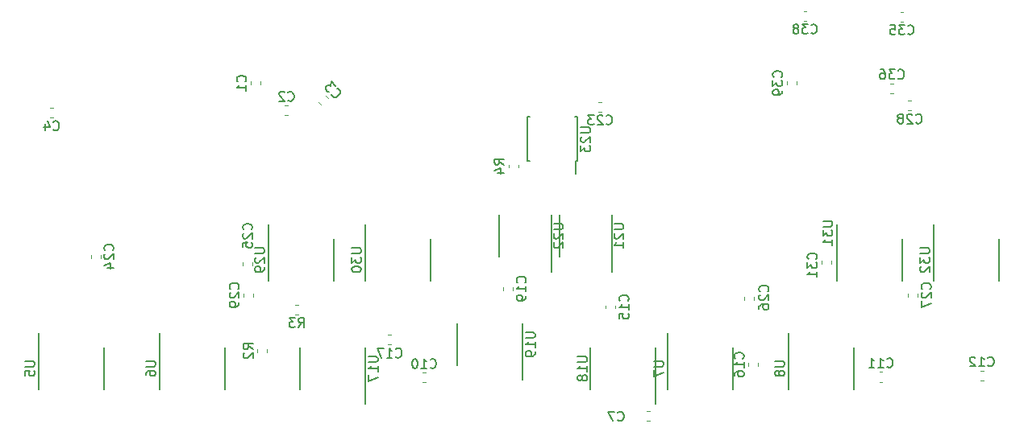
<source format=gbr>
G04 #@! TF.GenerationSoftware,KiCad,Pcbnew,(5.0.1)-4*
G04 #@! TF.CreationDate,2018-12-21T16:55:27-08:00*
G04 #@! TF.ProjectId,ram-based-register-card,72616D2D62617365642D726567697374,rev?*
G04 #@! TF.SameCoordinates,Original*
G04 #@! TF.FileFunction,Legend,Bot*
G04 #@! TF.FilePolarity,Positive*
%FSLAX46Y46*%
G04 Gerber Fmt 4.6, Leading zero omitted, Abs format (unit mm)*
G04 Created by KiCad (PCBNEW (5.0.1)-4) date 12/21/2018 4:55:27 PM*
%MOMM*%
%LPD*%
G01*
G04 APERTURE LIST*
%ADD10C,0.120000*%
%ADD11C,0.150000*%
G04 APERTURE END LIST*
D10*
G04 #@! TO.C,R2*
X118209600Y-133466521D02*
X118209600Y-133792079D01*
X119229600Y-133466521D02*
X119229600Y-133792079D01*
G04 #@! TO.C,R3*
X122188921Y-129796000D02*
X122514479Y-129796000D01*
X122188921Y-128776000D02*
X122514479Y-128776000D01*
G04 #@! TO.C,R4*
X145594800Y-114035521D02*
X145594800Y-114361079D01*
X144574800Y-114035521D02*
X144574800Y-114361079D01*
D11*
G04 #@! TO.C,U5*
X102125000Y-133255000D02*
X102125000Y-137705000D01*
X95225000Y-131730000D02*
X95225000Y-137705000D01*
G04 #@! TO.C,U6*
X107925000Y-131730000D02*
X107925000Y-137705000D01*
X114825000Y-133255000D02*
X114825000Y-137705000D01*
G04 #@! TO.C,U7*
X168165000Y-133255000D02*
X168165000Y-137705000D01*
X161265000Y-131730000D02*
X161265000Y-137705000D01*
G04 #@! TO.C,U8*
X173965000Y-131730000D02*
X173965000Y-137705000D01*
X180865000Y-133255000D02*
X180865000Y-137705000D01*
G04 #@! TO.C,U17*
X129565000Y-139230000D02*
X129565000Y-133255000D01*
X122665000Y-137705000D02*
X122665000Y-133255000D01*
G04 #@! TO.C,U18*
X153145000Y-137705000D02*
X153145000Y-133255000D01*
X160045000Y-139230000D02*
X160045000Y-133255000D01*
G04 #@! TO.C,U19*
X146075000Y-136690000D02*
X146075000Y-130715000D01*
X139175000Y-135165000D02*
X139175000Y-130715000D01*
G04 #@! TO.C,U21*
X149940000Y-123710000D02*
X149940000Y-119310000D01*
X155465000Y-125285000D02*
X155465000Y-119310000D01*
G04 #@! TO.C,U22*
X149115000Y-125285000D02*
X149115000Y-119310000D01*
X143590000Y-123710000D02*
X143590000Y-119310000D01*
G04 #@! TO.C,U23*
X151805000Y-113675000D02*
X151680000Y-113675000D01*
X151805000Y-109025000D02*
X151580000Y-109025000D01*
X146555000Y-109025000D02*
X146780000Y-109025000D01*
X146555000Y-113675000D02*
X146780000Y-113675000D01*
X151805000Y-113675000D02*
X151805000Y-109025000D01*
X146555000Y-113675000D02*
X146555000Y-109025000D01*
X151680000Y-113675000D02*
X151680000Y-115025000D01*
G04 #@! TO.C,U29*
X119355000Y-120300000D02*
X119355000Y-126275000D01*
X126255000Y-121825000D02*
X126255000Y-126275000D01*
G04 #@! TO.C,U30*
X136415000Y-121825000D02*
X136415000Y-126275000D01*
X129515000Y-120300000D02*
X129515000Y-126275000D01*
G04 #@! TO.C,U31*
X179045000Y-120300000D02*
X179045000Y-126275000D01*
X185945000Y-121825000D02*
X185945000Y-126275000D01*
G04 #@! TO.C,U32*
X196105000Y-121825000D02*
X196105000Y-126275000D01*
X189205000Y-120300000D02*
X189205000Y-126275000D01*
D10*
G04 #@! TO.C,C1*
X118531100Y-105285421D02*
X118531100Y-105610979D01*
X117511100Y-105285421D02*
X117511100Y-105610979D01*
G04 #@! TO.C,C2*
X121434979Y-107821000D02*
X121109421Y-107821000D01*
X121434979Y-108841000D02*
X121109421Y-108841000D01*
G04 #@! TO.C,C3*
X124887578Y-107727227D02*
X124657373Y-107497022D01*
X125608827Y-107005978D02*
X125378622Y-106775773D01*
G04 #@! TO.C,C4*
X96458921Y-109069600D02*
X96784479Y-109069600D01*
X96458921Y-108049600D02*
X96784479Y-108049600D01*
G04 #@! TO.C,C7*
X159420779Y-140002800D02*
X159095221Y-140002800D01*
X159420779Y-141022800D02*
X159095221Y-141022800D01*
G04 #@! TO.C,C10*
X135900379Y-136958800D02*
X135574821Y-136958800D01*
X135900379Y-135938800D02*
X135574821Y-135938800D01*
G04 #@! TO.C,C11*
X183855579Y-135862600D02*
X183530021Y-135862600D01*
X183855579Y-136882600D02*
X183530021Y-136882600D01*
G04 #@! TO.C,C12*
X194447379Y-136755600D02*
X194121821Y-136755600D01*
X194447379Y-135735600D02*
X194121821Y-135735600D01*
G04 #@! TO.C,C15*
X155831000Y-129169379D02*
X155831000Y-128843821D01*
X154811000Y-129169379D02*
X154811000Y-128843821D01*
G04 #@! TO.C,C16*
X169771600Y-134914421D02*
X169771600Y-135239979D01*
X170791600Y-134914421D02*
X170791600Y-135239979D01*
G04 #@! TO.C,C17*
X131942621Y-132971000D02*
X132268179Y-132971000D01*
X131942621Y-131951000D02*
X132268179Y-131951000D01*
G04 #@! TO.C,C19*
X145061400Y-127238979D02*
X145061400Y-126913421D01*
X144041400Y-127238979D02*
X144041400Y-126913421D01*
G04 #@! TO.C,C23*
X154040621Y-107440000D02*
X154366179Y-107440000D01*
X154040621Y-108460000D02*
X154366179Y-108460000D01*
G04 #@! TO.C,C24*
X101754400Y-123860779D02*
X101754400Y-123535221D01*
X100734400Y-123860779D02*
X100734400Y-123535221D01*
G04 #@! TO.C,C25*
X117731000Y-124648179D02*
X117731000Y-124322621D01*
X116711000Y-124648179D02*
X116711000Y-124322621D01*
G04 #@! TO.C,C26*
X170385200Y-127954821D02*
X170385200Y-128280379D01*
X169365200Y-127954821D02*
X169365200Y-128280379D01*
G04 #@! TO.C,C27*
X186535600Y-127650021D02*
X186535600Y-127975579D01*
X187555600Y-127650021D02*
X187555600Y-127975579D01*
G04 #@! TO.C,C28*
X186565421Y-108333000D02*
X186890979Y-108333000D01*
X186565421Y-107313000D02*
X186890979Y-107313000D01*
G04 #@! TO.C,C29*
X116761800Y-127599221D02*
X116761800Y-127924779D01*
X117781800Y-127599221D02*
X117781800Y-127924779D01*
G04 #@! TO.C,C31*
X178487800Y-124470379D02*
X178487800Y-124144821D01*
X177467800Y-124470379D02*
X177467800Y-124144821D01*
G04 #@! TO.C,C35*
X185727221Y-98973100D02*
X186052779Y-98973100D01*
X185727221Y-97953100D02*
X186052779Y-97953100D01*
G04 #@! TO.C,C36*
X184673121Y-105496900D02*
X184998679Y-105496900D01*
X184673121Y-106516900D02*
X184998679Y-106516900D01*
G04 #@! TO.C,C38*
X175567221Y-98871500D02*
X175892779Y-98871500D01*
X175567221Y-97851500D02*
X175892779Y-97851500D01*
G04 #@! TO.C,C39*
X174830200Y-105285421D02*
X174830200Y-105610979D01*
X173810200Y-105285421D02*
X173810200Y-105610979D01*
G04 #@! TO.C,R2*
D11*
X117741980Y-133462633D02*
X117265790Y-133129300D01*
X117741980Y-132891204D02*
X116741980Y-132891204D01*
X116741980Y-133272157D01*
X116789600Y-133367395D01*
X116837219Y-133415014D01*
X116932457Y-133462633D01*
X117075314Y-133462633D01*
X117170552Y-133415014D01*
X117218171Y-133367395D01*
X117265790Y-133272157D01*
X117265790Y-132891204D01*
X116837219Y-133843585D02*
X116789600Y-133891204D01*
X116741980Y-133986442D01*
X116741980Y-134224538D01*
X116789600Y-134319776D01*
X116837219Y-134367395D01*
X116932457Y-134415014D01*
X117027695Y-134415014D01*
X117170552Y-134367395D01*
X117741980Y-133795966D01*
X117741980Y-134415014D01*
G04 #@! TO.C,R3*
X122518366Y-131168380D02*
X122851700Y-130692190D01*
X123089795Y-131168380D02*
X123089795Y-130168380D01*
X122708842Y-130168380D01*
X122613604Y-130216000D01*
X122565985Y-130263619D01*
X122518366Y-130358857D01*
X122518366Y-130501714D01*
X122565985Y-130596952D01*
X122613604Y-130644571D01*
X122708842Y-130692190D01*
X123089795Y-130692190D01*
X122185033Y-130168380D02*
X121565985Y-130168380D01*
X121899319Y-130549333D01*
X121756461Y-130549333D01*
X121661223Y-130596952D01*
X121613604Y-130644571D01*
X121565985Y-130739809D01*
X121565985Y-130977904D01*
X121613604Y-131073142D01*
X121661223Y-131120761D01*
X121756461Y-131168380D01*
X122042176Y-131168380D01*
X122137414Y-131120761D01*
X122185033Y-131073142D01*
G04 #@! TO.C,R4*
X144107180Y-114031633D02*
X143630990Y-113698300D01*
X144107180Y-113460204D02*
X143107180Y-113460204D01*
X143107180Y-113841157D01*
X143154800Y-113936395D01*
X143202419Y-113984014D01*
X143297657Y-114031633D01*
X143440514Y-114031633D01*
X143535752Y-113984014D01*
X143583371Y-113936395D01*
X143630990Y-113841157D01*
X143630990Y-113460204D01*
X143440514Y-114888776D02*
X144107180Y-114888776D01*
X143059561Y-114650680D02*
X143773847Y-114412585D01*
X143773847Y-115031633D01*
G04 #@! TO.C,U5*
X93827380Y-134718095D02*
X94636904Y-134718095D01*
X94732142Y-134765714D01*
X94779761Y-134813333D01*
X94827380Y-134908571D01*
X94827380Y-135099047D01*
X94779761Y-135194285D01*
X94732142Y-135241904D01*
X94636904Y-135289523D01*
X93827380Y-135289523D01*
X93827380Y-136241904D02*
X93827380Y-135765714D01*
X94303571Y-135718095D01*
X94255952Y-135765714D01*
X94208333Y-135860952D01*
X94208333Y-136099047D01*
X94255952Y-136194285D01*
X94303571Y-136241904D01*
X94398809Y-136289523D01*
X94636904Y-136289523D01*
X94732142Y-136241904D01*
X94779761Y-136194285D01*
X94827380Y-136099047D01*
X94827380Y-135860952D01*
X94779761Y-135765714D01*
X94732142Y-135718095D01*
G04 #@! TO.C,U6*
X106527380Y-134718095D02*
X107336904Y-134718095D01*
X107432142Y-134765714D01*
X107479761Y-134813333D01*
X107527380Y-134908571D01*
X107527380Y-135099047D01*
X107479761Y-135194285D01*
X107432142Y-135241904D01*
X107336904Y-135289523D01*
X106527380Y-135289523D01*
X106527380Y-136194285D02*
X106527380Y-136003809D01*
X106575000Y-135908571D01*
X106622619Y-135860952D01*
X106765476Y-135765714D01*
X106955952Y-135718095D01*
X107336904Y-135718095D01*
X107432142Y-135765714D01*
X107479761Y-135813333D01*
X107527380Y-135908571D01*
X107527380Y-136099047D01*
X107479761Y-136194285D01*
X107432142Y-136241904D01*
X107336904Y-136289523D01*
X107098809Y-136289523D01*
X107003571Y-136241904D01*
X106955952Y-136194285D01*
X106908333Y-136099047D01*
X106908333Y-135908571D01*
X106955952Y-135813333D01*
X107003571Y-135765714D01*
X107098809Y-135718095D01*
G04 #@! TO.C,U7*
X159867380Y-134718095D02*
X160676904Y-134718095D01*
X160772142Y-134765714D01*
X160819761Y-134813333D01*
X160867380Y-134908571D01*
X160867380Y-135099047D01*
X160819761Y-135194285D01*
X160772142Y-135241904D01*
X160676904Y-135289523D01*
X159867380Y-135289523D01*
X159867380Y-135670476D02*
X159867380Y-136337142D01*
X160867380Y-135908571D01*
G04 #@! TO.C,U8*
X172567380Y-134718095D02*
X173376904Y-134718095D01*
X173472142Y-134765714D01*
X173519761Y-134813333D01*
X173567380Y-134908571D01*
X173567380Y-135099047D01*
X173519761Y-135194285D01*
X173472142Y-135241904D01*
X173376904Y-135289523D01*
X172567380Y-135289523D01*
X172995952Y-135908571D02*
X172948333Y-135813333D01*
X172900714Y-135765714D01*
X172805476Y-135718095D01*
X172757857Y-135718095D01*
X172662619Y-135765714D01*
X172615000Y-135813333D01*
X172567380Y-135908571D01*
X172567380Y-136099047D01*
X172615000Y-136194285D01*
X172662619Y-136241904D01*
X172757857Y-136289523D01*
X172805476Y-136289523D01*
X172900714Y-136241904D01*
X172948333Y-136194285D01*
X172995952Y-136099047D01*
X172995952Y-135908571D01*
X173043571Y-135813333D01*
X173091190Y-135765714D01*
X173186428Y-135718095D01*
X173376904Y-135718095D01*
X173472142Y-135765714D01*
X173519761Y-135813333D01*
X173567380Y-135908571D01*
X173567380Y-136099047D01*
X173519761Y-136194285D01*
X173472142Y-136241904D01*
X173376904Y-136289523D01*
X173186428Y-136289523D01*
X173091190Y-136241904D01*
X173043571Y-136194285D01*
X172995952Y-136099047D01*
G04 #@! TO.C,U17*
X129867380Y-134241904D02*
X130676904Y-134241904D01*
X130772142Y-134289523D01*
X130819761Y-134337142D01*
X130867380Y-134432380D01*
X130867380Y-134622857D01*
X130819761Y-134718095D01*
X130772142Y-134765714D01*
X130676904Y-134813333D01*
X129867380Y-134813333D01*
X130867380Y-135813333D02*
X130867380Y-135241904D01*
X130867380Y-135527619D02*
X129867380Y-135527619D01*
X130010238Y-135432380D01*
X130105476Y-135337142D01*
X130153095Y-135241904D01*
X129867380Y-136146666D02*
X129867380Y-136813333D01*
X130867380Y-136384761D01*
G04 #@! TO.C,U18*
X151852380Y-134241904D02*
X152661904Y-134241904D01*
X152757142Y-134289523D01*
X152804761Y-134337142D01*
X152852380Y-134432380D01*
X152852380Y-134622857D01*
X152804761Y-134718095D01*
X152757142Y-134765714D01*
X152661904Y-134813333D01*
X151852380Y-134813333D01*
X152852380Y-135813333D02*
X152852380Y-135241904D01*
X152852380Y-135527619D02*
X151852380Y-135527619D01*
X151995238Y-135432380D01*
X152090476Y-135337142D01*
X152138095Y-135241904D01*
X152280952Y-136384761D02*
X152233333Y-136289523D01*
X152185714Y-136241904D01*
X152090476Y-136194285D01*
X152042857Y-136194285D01*
X151947619Y-136241904D01*
X151900000Y-136289523D01*
X151852380Y-136384761D01*
X151852380Y-136575238D01*
X151900000Y-136670476D01*
X151947619Y-136718095D01*
X152042857Y-136765714D01*
X152090476Y-136765714D01*
X152185714Y-136718095D01*
X152233333Y-136670476D01*
X152280952Y-136575238D01*
X152280952Y-136384761D01*
X152328571Y-136289523D01*
X152376190Y-136241904D01*
X152471428Y-136194285D01*
X152661904Y-136194285D01*
X152757142Y-136241904D01*
X152804761Y-136289523D01*
X152852380Y-136384761D01*
X152852380Y-136575238D01*
X152804761Y-136670476D01*
X152757142Y-136718095D01*
X152661904Y-136765714D01*
X152471428Y-136765714D01*
X152376190Y-136718095D01*
X152328571Y-136670476D01*
X152280952Y-136575238D01*
G04 #@! TO.C,U19*
X146377380Y-131701904D02*
X147186904Y-131701904D01*
X147282142Y-131749523D01*
X147329761Y-131797142D01*
X147377380Y-131892380D01*
X147377380Y-132082857D01*
X147329761Y-132178095D01*
X147282142Y-132225714D01*
X147186904Y-132273333D01*
X146377380Y-132273333D01*
X147377380Y-133273333D02*
X147377380Y-132701904D01*
X147377380Y-132987619D02*
X146377380Y-132987619D01*
X146520238Y-132892380D01*
X146615476Y-132797142D01*
X146663095Y-132701904D01*
X147377380Y-133749523D02*
X147377380Y-133940000D01*
X147329761Y-134035238D01*
X147282142Y-134082857D01*
X147139285Y-134178095D01*
X146948809Y-134225714D01*
X146567857Y-134225714D01*
X146472619Y-134178095D01*
X146425000Y-134130476D01*
X146377380Y-134035238D01*
X146377380Y-133844761D01*
X146425000Y-133749523D01*
X146472619Y-133701904D01*
X146567857Y-133654285D01*
X146805952Y-133654285D01*
X146901190Y-133701904D01*
X146948809Y-133749523D01*
X146996428Y-133844761D01*
X146996428Y-134035238D01*
X146948809Y-134130476D01*
X146901190Y-134178095D01*
X146805952Y-134225714D01*
G04 #@! TO.C,U21*
X155667380Y-120271904D02*
X156476904Y-120271904D01*
X156572142Y-120319523D01*
X156619761Y-120367142D01*
X156667380Y-120462380D01*
X156667380Y-120652857D01*
X156619761Y-120748095D01*
X156572142Y-120795714D01*
X156476904Y-120843333D01*
X155667380Y-120843333D01*
X155762619Y-121271904D02*
X155715000Y-121319523D01*
X155667380Y-121414761D01*
X155667380Y-121652857D01*
X155715000Y-121748095D01*
X155762619Y-121795714D01*
X155857857Y-121843333D01*
X155953095Y-121843333D01*
X156095952Y-121795714D01*
X156667380Y-121224285D01*
X156667380Y-121843333D01*
X156667380Y-122795714D02*
X156667380Y-122224285D01*
X156667380Y-122510000D02*
X155667380Y-122510000D01*
X155810238Y-122414761D01*
X155905476Y-122319523D01*
X155953095Y-122224285D01*
G04 #@! TO.C,U22*
X149317380Y-120271904D02*
X150126904Y-120271904D01*
X150222142Y-120319523D01*
X150269761Y-120367142D01*
X150317380Y-120462380D01*
X150317380Y-120652857D01*
X150269761Y-120748095D01*
X150222142Y-120795714D01*
X150126904Y-120843333D01*
X149317380Y-120843333D01*
X149412619Y-121271904D02*
X149365000Y-121319523D01*
X149317380Y-121414761D01*
X149317380Y-121652857D01*
X149365000Y-121748095D01*
X149412619Y-121795714D01*
X149507857Y-121843333D01*
X149603095Y-121843333D01*
X149745952Y-121795714D01*
X150317380Y-121224285D01*
X150317380Y-121843333D01*
X149412619Y-122224285D02*
X149365000Y-122271904D01*
X149317380Y-122367142D01*
X149317380Y-122605238D01*
X149365000Y-122700476D01*
X149412619Y-122748095D01*
X149507857Y-122795714D01*
X149603095Y-122795714D01*
X149745952Y-122748095D01*
X150317380Y-122176666D01*
X150317380Y-122795714D01*
G04 #@! TO.C,U23*
X152182380Y-110111904D02*
X152991904Y-110111904D01*
X153087142Y-110159523D01*
X153134761Y-110207142D01*
X153182380Y-110302380D01*
X153182380Y-110492857D01*
X153134761Y-110588095D01*
X153087142Y-110635714D01*
X152991904Y-110683333D01*
X152182380Y-110683333D01*
X152277619Y-111111904D02*
X152230000Y-111159523D01*
X152182380Y-111254761D01*
X152182380Y-111492857D01*
X152230000Y-111588095D01*
X152277619Y-111635714D01*
X152372857Y-111683333D01*
X152468095Y-111683333D01*
X152610952Y-111635714D01*
X153182380Y-111064285D01*
X153182380Y-111683333D01*
X152182380Y-112016666D02*
X152182380Y-112635714D01*
X152563333Y-112302380D01*
X152563333Y-112445238D01*
X152610952Y-112540476D01*
X152658571Y-112588095D01*
X152753809Y-112635714D01*
X152991904Y-112635714D01*
X153087142Y-112588095D01*
X153134761Y-112540476D01*
X153182380Y-112445238D01*
X153182380Y-112159523D01*
X153134761Y-112064285D01*
X153087142Y-112016666D01*
G04 #@! TO.C,U29*
X117957380Y-122811904D02*
X118766904Y-122811904D01*
X118862142Y-122859523D01*
X118909761Y-122907142D01*
X118957380Y-123002380D01*
X118957380Y-123192857D01*
X118909761Y-123288095D01*
X118862142Y-123335714D01*
X118766904Y-123383333D01*
X117957380Y-123383333D01*
X118052619Y-123811904D02*
X118005000Y-123859523D01*
X117957380Y-123954761D01*
X117957380Y-124192857D01*
X118005000Y-124288095D01*
X118052619Y-124335714D01*
X118147857Y-124383333D01*
X118243095Y-124383333D01*
X118385952Y-124335714D01*
X118957380Y-123764285D01*
X118957380Y-124383333D01*
X118957380Y-124859523D02*
X118957380Y-125050000D01*
X118909761Y-125145238D01*
X118862142Y-125192857D01*
X118719285Y-125288095D01*
X118528809Y-125335714D01*
X118147857Y-125335714D01*
X118052619Y-125288095D01*
X118005000Y-125240476D01*
X117957380Y-125145238D01*
X117957380Y-124954761D01*
X118005000Y-124859523D01*
X118052619Y-124811904D01*
X118147857Y-124764285D01*
X118385952Y-124764285D01*
X118481190Y-124811904D01*
X118528809Y-124859523D01*
X118576428Y-124954761D01*
X118576428Y-125145238D01*
X118528809Y-125240476D01*
X118481190Y-125288095D01*
X118385952Y-125335714D01*
G04 #@! TO.C,U30*
X128117380Y-122811904D02*
X128926904Y-122811904D01*
X129022142Y-122859523D01*
X129069761Y-122907142D01*
X129117380Y-123002380D01*
X129117380Y-123192857D01*
X129069761Y-123288095D01*
X129022142Y-123335714D01*
X128926904Y-123383333D01*
X128117380Y-123383333D01*
X128117380Y-123764285D02*
X128117380Y-124383333D01*
X128498333Y-124050000D01*
X128498333Y-124192857D01*
X128545952Y-124288095D01*
X128593571Y-124335714D01*
X128688809Y-124383333D01*
X128926904Y-124383333D01*
X129022142Y-124335714D01*
X129069761Y-124288095D01*
X129117380Y-124192857D01*
X129117380Y-123907142D01*
X129069761Y-123811904D01*
X129022142Y-123764285D01*
X128117380Y-125002380D02*
X128117380Y-125097619D01*
X128165000Y-125192857D01*
X128212619Y-125240476D01*
X128307857Y-125288095D01*
X128498333Y-125335714D01*
X128736428Y-125335714D01*
X128926904Y-125288095D01*
X129022142Y-125240476D01*
X129069761Y-125192857D01*
X129117380Y-125097619D01*
X129117380Y-125002380D01*
X129069761Y-124907142D01*
X129022142Y-124859523D01*
X128926904Y-124811904D01*
X128736428Y-124764285D01*
X128498333Y-124764285D01*
X128307857Y-124811904D01*
X128212619Y-124859523D01*
X128165000Y-124907142D01*
X128117380Y-125002380D01*
G04 #@! TO.C,U31*
X177607980Y-119970704D02*
X178417504Y-119970704D01*
X178512742Y-120018323D01*
X178560361Y-120065942D01*
X178607980Y-120161180D01*
X178607980Y-120351657D01*
X178560361Y-120446895D01*
X178512742Y-120494514D01*
X178417504Y-120542133D01*
X177607980Y-120542133D01*
X177607980Y-120923085D02*
X177607980Y-121542133D01*
X177988933Y-121208800D01*
X177988933Y-121351657D01*
X178036552Y-121446895D01*
X178084171Y-121494514D01*
X178179409Y-121542133D01*
X178417504Y-121542133D01*
X178512742Y-121494514D01*
X178560361Y-121446895D01*
X178607980Y-121351657D01*
X178607980Y-121065942D01*
X178560361Y-120970704D01*
X178512742Y-120923085D01*
X178607980Y-122494514D02*
X178607980Y-121923085D01*
X178607980Y-122208800D02*
X177607980Y-122208800D01*
X177750838Y-122113561D01*
X177846076Y-122018323D01*
X177893695Y-121923085D01*
G04 #@! TO.C,U32*
X187807380Y-122811904D02*
X188616904Y-122811904D01*
X188712142Y-122859523D01*
X188759761Y-122907142D01*
X188807380Y-123002380D01*
X188807380Y-123192857D01*
X188759761Y-123288095D01*
X188712142Y-123335714D01*
X188616904Y-123383333D01*
X187807380Y-123383333D01*
X187807380Y-123764285D02*
X187807380Y-124383333D01*
X188188333Y-124050000D01*
X188188333Y-124192857D01*
X188235952Y-124288095D01*
X188283571Y-124335714D01*
X188378809Y-124383333D01*
X188616904Y-124383333D01*
X188712142Y-124335714D01*
X188759761Y-124288095D01*
X188807380Y-124192857D01*
X188807380Y-123907142D01*
X188759761Y-123811904D01*
X188712142Y-123764285D01*
X187902619Y-124764285D02*
X187855000Y-124811904D01*
X187807380Y-124907142D01*
X187807380Y-125145238D01*
X187855000Y-125240476D01*
X187902619Y-125288095D01*
X187997857Y-125335714D01*
X188093095Y-125335714D01*
X188235952Y-125288095D01*
X188807380Y-124716666D01*
X188807380Y-125335714D01*
G04 #@! TO.C,C1*
X116948242Y-105281533D02*
X116995861Y-105233914D01*
X117043480Y-105091057D01*
X117043480Y-104995819D01*
X116995861Y-104852961D01*
X116900623Y-104757723D01*
X116805385Y-104710104D01*
X116614909Y-104662485D01*
X116472052Y-104662485D01*
X116281576Y-104710104D01*
X116186338Y-104757723D01*
X116091100Y-104852961D01*
X116043480Y-104995819D01*
X116043480Y-105091057D01*
X116091100Y-105233914D01*
X116138719Y-105281533D01*
X117043480Y-106233914D02*
X117043480Y-105662485D01*
X117043480Y-105948200D02*
X116043480Y-105948200D01*
X116186338Y-105852961D01*
X116281576Y-105757723D01*
X116329195Y-105662485D01*
G04 #@! TO.C,C2*
X121438866Y-107258142D02*
X121486485Y-107305761D01*
X121629342Y-107353380D01*
X121724580Y-107353380D01*
X121867438Y-107305761D01*
X121962676Y-107210523D01*
X122010295Y-107115285D01*
X122057914Y-106924809D01*
X122057914Y-106781952D01*
X122010295Y-106591476D01*
X121962676Y-106496238D01*
X121867438Y-106401000D01*
X121724580Y-106353380D01*
X121629342Y-106353380D01*
X121486485Y-106401000D01*
X121438866Y-106448619D01*
X121057914Y-106448619D02*
X121010295Y-106401000D01*
X120915057Y-106353380D01*
X120676961Y-106353380D01*
X120581723Y-106401000D01*
X120534104Y-106448619D01*
X120486485Y-106543857D01*
X120486485Y-106639095D01*
X120534104Y-106781952D01*
X121105533Y-107353380D01*
X120486485Y-107353380D01*
G04 #@! TO.C,C3*
X126009575Y-106610726D02*
X126009575Y-106678069D01*
X126076919Y-106812756D01*
X126144263Y-106880100D01*
X126278950Y-106947443D01*
X126413637Y-106947443D01*
X126514652Y-106913772D01*
X126683011Y-106812756D01*
X126784026Y-106711741D01*
X126885041Y-106543382D01*
X126918713Y-106442367D01*
X126918713Y-106307680D01*
X126851369Y-106172993D01*
X126784026Y-106105649D01*
X126649339Y-106038306D01*
X126581995Y-106038306D01*
X126413637Y-105735260D02*
X125975904Y-105297527D01*
X125942232Y-105802604D01*
X125841217Y-105701588D01*
X125740201Y-105667917D01*
X125672858Y-105667917D01*
X125571843Y-105701588D01*
X125403484Y-105869947D01*
X125369812Y-105970962D01*
X125369812Y-106038306D01*
X125403484Y-106139321D01*
X125605514Y-106341352D01*
X125706530Y-106375024D01*
X125773873Y-106375024D01*
G04 #@! TO.C,C4*
X96788366Y-110346742D02*
X96835985Y-110394361D01*
X96978842Y-110441980D01*
X97074080Y-110441980D01*
X97216938Y-110394361D01*
X97312176Y-110299123D01*
X97359795Y-110203885D01*
X97407414Y-110013409D01*
X97407414Y-109870552D01*
X97359795Y-109680076D01*
X97312176Y-109584838D01*
X97216938Y-109489600D01*
X97074080Y-109441980D01*
X96978842Y-109441980D01*
X96835985Y-109489600D01*
X96788366Y-109537219D01*
X95931223Y-109775314D02*
X95931223Y-110441980D01*
X96169319Y-109394361D02*
X96407414Y-110108647D01*
X95788366Y-110108647D01*
G04 #@! TO.C,C7*
X156071866Y-140920742D02*
X156119485Y-140968361D01*
X156262342Y-141015980D01*
X156357580Y-141015980D01*
X156500438Y-140968361D01*
X156595676Y-140873123D01*
X156643295Y-140777885D01*
X156690914Y-140587409D01*
X156690914Y-140444552D01*
X156643295Y-140254076D01*
X156595676Y-140158838D01*
X156500438Y-140063600D01*
X156357580Y-140015980D01*
X156262342Y-140015980D01*
X156119485Y-140063600D01*
X156071866Y-140111219D01*
X155738533Y-140015980D02*
X155071866Y-140015980D01*
X155500438Y-141015980D01*
G04 #@! TO.C,C10*
X136380457Y-135375942D02*
X136428076Y-135423561D01*
X136570933Y-135471180D01*
X136666171Y-135471180D01*
X136809028Y-135423561D01*
X136904266Y-135328323D01*
X136951885Y-135233085D01*
X136999504Y-135042609D01*
X136999504Y-134899752D01*
X136951885Y-134709276D01*
X136904266Y-134614038D01*
X136809028Y-134518800D01*
X136666171Y-134471180D01*
X136570933Y-134471180D01*
X136428076Y-134518800D01*
X136380457Y-134566419D01*
X135428076Y-135471180D02*
X135999504Y-135471180D01*
X135713790Y-135471180D02*
X135713790Y-134471180D01*
X135809028Y-134614038D01*
X135904266Y-134709276D01*
X135999504Y-134756895D01*
X134809028Y-134471180D02*
X134713790Y-134471180D01*
X134618552Y-134518800D01*
X134570933Y-134566419D01*
X134523314Y-134661657D01*
X134475695Y-134852133D01*
X134475695Y-135090228D01*
X134523314Y-135280704D01*
X134570933Y-135375942D01*
X134618552Y-135423561D01*
X134713790Y-135471180D01*
X134809028Y-135471180D01*
X134904266Y-135423561D01*
X134951885Y-135375942D01*
X134999504Y-135280704D01*
X135047123Y-135090228D01*
X135047123Y-134852133D01*
X134999504Y-134661657D01*
X134951885Y-134566419D01*
X134904266Y-134518800D01*
X134809028Y-134471180D01*
G04 #@! TO.C,C11*
X184335657Y-135299742D02*
X184383276Y-135347361D01*
X184526133Y-135394980D01*
X184621371Y-135394980D01*
X184764228Y-135347361D01*
X184859466Y-135252123D01*
X184907085Y-135156885D01*
X184954704Y-134966409D01*
X184954704Y-134823552D01*
X184907085Y-134633076D01*
X184859466Y-134537838D01*
X184764228Y-134442600D01*
X184621371Y-134394980D01*
X184526133Y-134394980D01*
X184383276Y-134442600D01*
X184335657Y-134490219D01*
X183383276Y-135394980D02*
X183954704Y-135394980D01*
X183668990Y-135394980D02*
X183668990Y-134394980D01*
X183764228Y-134537838D01*
X183859466Y-134633076D01*
X183954704Y-134680695D01*
X182430895Y-135394980D02*
X183002323Y-135394980D01*
X182716609Y-135394980D02*
X182716609Y-134394980D01*
X182811847Y-134537838D01*
X182907085Y-134633076D01*
X183002323Y-134680695D01*
G04 #@! TO.C,C12*
X194927457Y-135172742D02*
X194975076Y-135220361D01*
X195117933Y-135267980D01*
X195213171Y-135267980D01*
X195356028Y-135220361D01*
X195451266Y-135125123D01*
X195498885Y-135029885D01*
X195546504Y-134839409D01*
X195546504Y-134696552D01*
X195498885Y-134506076D01*
X195451266Y-134410838D01*
X195356028Y-134315600D01*
X195213171Y-134267980D01*
X195117933Y-134267980D01*
X194975076Y-134315600D01*
X194927457Y-134363219D01*
X193975076Y-135267980D02*
X194546504Y-135267980D01*
X194260790Y-135267980D02*
X194260790Y-134267980D01*
X194356028Y-134410838D01*
X194451266Y-134506076D01*
X194546504Y-134553695D01*
X193594123Y-134363219D02*
X193546504Y-134315600D01*
X193451266Y-134267980D01*
X193213171Y-134267980D01*
X193117933Y-134315600D01*
X193070314Y-134363219D01*
X193022695Y-134458457D01*
X193022695Y-134553695D01*
X193070314Y-134696552D01*
X193641742Y-135267980D01*
X193022695Y-135267980D01*
G04 #@! TO.C,C15*
X157108142Y-128363742D02*
X157155761Y-128316123D01*
X157203380Y-128173266D01*
X157203380Y-128078028D01*
X157155761Y-127935171D01*
X157060523Y-127839933D01*
X156965285Y-127792314D01*
X156774809Y-127744695D01*
X156631952Y-127744695D01*
X156441476Y-127792314D01*
X156346238Y-127839933D01*
X156251000Y-127935171D01*
X156203380Y-128078028D01*
X156203380Y-128173266D01*
X156251000Y-128316123D01*
X156298619Y-128363742D01*
X157203380Y-129316123D02*
X157203380Y-128744695D01*
X157203380Y-129030409D02*
X156203380Y-129030409D01*
X156346238Y-128935171D01*
X156441476Y-128839933D01*
X156489095Y-128744695D01*
X156203380Y-130220885D02*
X156203380Y-129744695D01*
X156679571Y-129697076D01*
X156631952Y-129744695D01*
X156584333Y-129839933D01*
X156584333Y-130078028D01*
X156631952Y-130173266D01*
X156679571Y-130220885D01*
X156774809Y-130268504D01*
X157012904Y-130268504D01*
X157108142Y-130220885D01*
X157155761Y-130173266D01*
X157203380Y-130078028D01*
X157203380Y-129839933D01*
X157155761Y-129744695D01*
X157108142Y-129697076D01*
G04 #@! TO.C,C16*
X169208742Y-134434342D02*
X169256361Y-134386723D01*
X169303980Y-134243866D01*
X169303980Y-134148628D01*
X169256361Y-134005771D01*
X169161123Y-133910533D01*
X169065885Y-133862914D01*
X168875409Y-133815295D01*
X168732552Y-133815295D01*
X168542076Y-133862914D01*
X168446838Y-133910533D01*
X168351600Y-134005771D01*
X168303980Y-134148628D01*
X168303980Y-134243866D01*
X168351600Y-134386723D01*
X168399219Y-134434342D01*
X169303980Y-135386723D02*
X169303980Y-134815295D01*
X169303980Y-135101009D02*
X168303980Y-135101009D01*
X168446838Y-135005771D01*
X168542076Y-134910533D01*
X168589695Y-134815295D01*
X168303980Y-136243866D02*
X168303980Y-136053390D01*
X168351600Y-135958152D01*
X168399219Y-135910533D01*
X168542076Y-135815295D01*
X168732552Y-135767676D01*
X169113504Y-135767676D01*
X169208742Y-135815295D01*
X169256361Y-135862914D01*
X169303980Y-135958152D01*
X169303980Y-136148628D01*
X169256361Y-136243866D01*
X169208742Y-136291485D01*
X169113504Y-136339104D01*
X168875409Y-136339104D01*
X168780171Y-136291485D01*
X168732552Y-136243866D01*
X168684933Y-136148628D01*
X168684933Y-135958152D01*
X168732552Y-135862914D01*
X168780171Y-135815295D01*
X168875409Y-135767676D01*
G04 #@! TO.C,C17*
X132748257Y-134248142D02*
X132795876Y-134295761D01*
X132938733Y-134343380D01*
X133033971Y-134343380D01*
X133176828Y-134295761D01*
X133272066Y-134200523D01*
X133319685Y-134105285D01*
X133367304Y-133914809D01*
X133367304Y-133771952D01*
X133319685Y-133581476D01*
X133272066Y-133486238D01*
X133176828Y-133391000D01*
X133033971Y-133343380D01*
X132938733Y-133343380D01*
X132795876Y-133391000D01*
X132748257Y-133438619D01*
X131795876Y-134343380D02*
X132367304Y-134343380D01*
X132081590Y-134343380D02*
X132081590Y-133343380D01*
X132176828Y-133486238D01*
X132272066Y-133581476D01*
X132367304Y-133629095D01*
X131462542Y-133343380D02*
X130795876Y-133343380D01*
X131224447Y-134343380D01*
G04 #@! TO.C,C19*
X146338542Y-126433342D02*
X146386161Y-126385723D01*
X146433780Y-126242866D01*
X146433780Y-126147628D01*
X146386161Y-126004771D01*
X146290923Y-125909533D01*
X146195685Y-125861914D01*
X146005209Y-125814295D01*
X145862352Y-125814295D01*
X145671876Y-125861914D01*
X145576638Y-125909533D01*
X145481400Y-126004771D01*
X145433780Y-126147628D01*
X145433780Y-126242866D01*
X145481400Y-126385723D01*
X145529019Y-126433342D01*
X146433780Y-127385723D02*
X146433780Y-126814295D01*
X146433780Y-127100009D02*
X145433780Y-127100009D01*
X145576638Y-127004771D01*
X145671876Y-126909533D01*
X145719495Y-126814295D01*
X146433780Y-127861914D02*
X146433780Y-128052390D01*
X146386161Y-128147628D01*
X146338542Y-128195247D01*
X146195685Y-128290485D01*
X146005209Y-128338104D01*
X145624257Y-128338104D01*
X145529019Y-128290485D01*
X145481400Y-128242866D01*
X145433780Y-128147628D01*
X145433780Y-127957152D01*
X145481400Y-127861914D01*
X145529019Y-127814295D01*
X145624257Y-127766676D01*
X145862352Y-127766676D01*
X145957590Y-127814295D01*
X146005209Y-127861914D01*
X146052828Y-127957152D01*
X146052828Y-128147628D01*
X146005209Y-128242866D01*
X145957590Y-128290485D01*
X145862352Y-128338104D01*
G04 #@! TO.C,C23*
X154846257Y-109737142D02*
X154893876Y-109784761D01*
X155036733Y-109832380D01*
X155131971Y-109832380D01*
X155274828Y-109784761D01*
X155370066Y-109689523D01*
X155417685Y-109594285D01*
X155465304Y-109403809D01*
X155465304Y-109260952D01*
X155417685Y-109070476D01*
X155370066Y-108975238D01*
X155274828Y-108880000D01*
X155131971Y-108832380D01*
X155036733Y-108832380D01*
X154893876Y-108880000D01*
X154846257Y-108927619D01*
X154465304Y-108927619D02*
X154417685Y-108880000D01*
X154322447Y-108832380D01*
X154084352Y-108832380D01*
X153989114Y-108880000D01*
X153941495Y-108927619D01*
X153893876Y-109022857D01*
X153893876Y-109118095D01*
X153941495Y-109260952D01*
X154512923Y-109832380D01*
X153893876Y-109832380D01*
X153560542Y-108832380D02*
X152941495Y-108832380D01*
X153274828Y-109213333D01*
X153131971Y-109213333D01*
X153036733Y-109260952D01*
X152989114Y-109308571D01*
X152941495Y-109403809D01*
X152941495Y-109641904D01*
X152989114Y-109737142D01*
X153036733Y-109784761D01*
X153131971Y-109832380D01*
X153417685Y-109832380D01*
X153512923Y-109784761D01*
X153560542Y-109737142D01*
G04 #@! TO.C,C24*
X103031542Y-123055142D02*
X103079161Y-123007523D01*
X103126780Y-122864666D01*
X103126780Y-122769428D01*
X103079161Y-122626571D01*
X102983923Y-122531333D01*
X102888685Y-122483714D01*
X102698209Y-122436095D01*
X102555352Y-122436095D01*
X102364876Y-122483714D01*
X102269638Y-122531333D01*
X102174400Y-122626571D01*
X102126780Y-122769428D01*
X102126780Y-122864666D01*
X102174400Y-123007523D01*
X102222019Y-123055142D01*
X102222019Y-123436095D02*
X102174400Y-123483714D01*
X102126780Y-123578952D01*
X102126780Y-123817047D01*
X102174400Y-123912285D01*
X102222019Y-123959904D01*
X102317257Y-124007523D01*
X102412495Y-124007523D01*
X102555352Y-123959904D01*
X103126780Y-123388476D01*
X103126780Y-124007523D01*
X102460114Y-124864666D02*
X103126780Y-124864666D01*
X102079161Y-124626571D02*
X102793447Y-124388476D01*
X102793447Y-125007523D01*
G04 #@! TO.C,C25*
X117578142Y-120870742D02*
X117625761Y-120823123D01*
X117673380Y-120680266D01*
X117673380Y-120585028D01*
X117625761Y-120442171D01*
X117530523Y-120346933D01*
X117435285Y-120299314D01*
X117244809Y-120251695D01*
X117101952Y-120251695D01*
X116911476Y-120299314D01*
X116816238Y-120346933D01*
X116721000Y-120442171D01*
X116673380Y-120585028D01*
X116673380Y-120680266D01*
X116721000Y-120823123D01*
X116768619Y-120870742D01*
X116768619Y-121251695D02*
X116721000Y-121299314D01*
X116673380Y-121394552D01*
X116673380Y-121632647D01*
X116721000Y-121727885D01*
X116768619Y-121775504D01*
X116863857Y-121823123D01*
X116959095Y-121823123D01*
X117101952Y-121775504D01*
X117673380Y-121204076D01*
X117673380Y-121823123D01*
X116673380Y-122727885D02*
X116673380Y-122251695D01*
X117149571Y-122204076D01*
X117101952Y-122251695D01*
X117054333Y-122346933D01*
X117054333Y-122585028D01*
X117101952Y-122680266D01*
X117149571Y-122727885D01*
X117244809Y-122775504D01*
X117482904Y-122775504D01*
X117578142Y-122727885D01*
X117625761Y-122680266D01*
X117673380Y-122585028D01*
X117673380Y-122346933D01*
X117625761Y-122251695D01*
X117578142Y-122204076D01*
G04 #@! TO.C,C26*
X171807142Y-127373142D02*
X171854761Y-127325523D01*
X171902380Y-127182666D01*
X171902380Y-127087428D01*
X171854761Y-126944571D01*
X171759523Y-126849333D01*
X171664285Y-126801714D01*
X171473809Y-126754095D01*
X171330952Y-126754095D01*
X171140476Y-126801714D01*
X171045238Y-126849333D01*
X170950000Y-126944571D01*
X170902380Y-127087428D01*
X170902380Y-127182666D01*
X170950000Y-127325523D01*
X170997619Y-127373142D01*
X170997619Y-127754095D02*
X170950000Y-127801714D01*
X170902380Y-127896952D01*
X170902380Y-128135047D01*
X170950000Y-128230285D01*
X170997619Y-128277904D01*
X171092857Y-128325523D01*
X171188095Y-128325523D01*
X171330952Y-128277904D01*
X171902380Y-127706476D01*
X171902380Y-128325523D01*
X170902380Y-129182666D02*
X170902380Y-128992190D01*
X170950000Y-128896952D01*
X170997619Y-128849333D01*
X171140476Y-128754095D01*
X171330952Y-128706476D01*
X171711904Y-128706476D01*
X171807142Y-128754095D01*
X171854761Y-128801714D01*
X171902380Y-128896952D01*
X171902380Y-129087428D01*
X171854761Y-129182666D01*
X171807142Y-129230285D01*
X171711904Y-129277904D01*
X171473809Y-129277904D01*
X171378571Y-129230285D01*
X171330952Y-129182666D01*
X171283333Y-129087428D01*
X171283333Y-128896952D01*
X171330952Y-128801714D01*
X171378571Y-128754095D01*
X171473809Y-128706476D01*
G04 #@! TO.C,C27*
X188850542Y-127119142D02*
X188898161Y-127071523D01*
X188945780Y-126928666D01*
X188945780Y-126833428D01*
X188898161Y-126690571D01*
X188802923Y-126595333D01*
X188707685Y-126547714D01*
X188517209Y-126500095D01*
X188374352Y-126500095D01*
X188183876Y-126547714D01*
X188088638Y-126595333D01*
X187993400Y-126690571D01*
X187945780Y-126833428D01*
X187945780Y-126928666D01*
X187993400Y-127071523D01*
X188041019Y-127119142D01*
X188041019Y-127500095D02*
X187993400Y-127547714D01*
X187945780Y-127642952D01*
X187945780Y-127881047D01*
X187993400Y-127976285D01*
X188041019Y-128023904D01*
X188136257Y-128071523D01*
X188231495Y-128071523D01*
X188374352Y-128023904D01*
X188945780Y-127452476D01*
X188945780Y-128071523D01*
X187945780Y-128404857D02*
X187945780Y-129071523D01*
X188945780Y-128642952D01*
G04 #@! TO.C,C28*
X187371057Y-109610142D02*
X187418676Y-109657761D01*
X187561533Y-109705380D01*
X187656771Y-109705380D01*
X187799628Y-109657761D01*
X187894866Y-109562523D01*
X187942485Y-109467285D01*
X187990104Y-109276809D01*
X187990104Y-109133952D01*
X187942485Y-108943476D01*
X187894866Y-108848238D01*
X187799628Y-108753000D01*
X187656771Y-108705380D01*
X187561533Y-108705380D01*
X187418676Y-108753000D01*
X187371057Y-108800619D01*
X186990104Y-108800619D02*
X186942485Y-108753000D01*
X186847247Y-108705380D01*
X186609152Y-108705380D01*
X186513914Y-108753000D01*
X186466295Y-108800619D01*
X186418676Y-108895857D01*
X186418676Y-108991095D01*
X186466295Y-109133952D01*
X187037723Y-109705380D01*
X186418676Y-109705380D01*
X185847247Y-109133952D02*
X185942485Y-109086333D01*
X185990104Y-109038714D01*
X186037723Y-108943476D01*
X186037723Y-108895857D01*
X185990104Y-108800619D01*
X185942485Y-108753000D01*
X185847247Y-108705380D01*
X185656771Y-108705380D01*
X185561533Y-108753000D01*
X185513914Y-108800619D01*
X185466295Y-108895857D01*
X185466295Y-108943476D01*
X185513914Y-109038714D01*
X185561533Y-109086333D01*
X185656771Y-109133952D01*
X185847247Y-109133952D01*
X185942485Y-109181571D01*
X185990104Y-109229190D01*
X186037723Y-109324428D01*
X186037723Y-109514904D01*
X185990104Y-109610142D01*
X185942485Y-109657761D01*
X185847247Y-109705380D01*
X185656771Y-109705380D01*
X185561533Y-109657761D01*
X185513914Y-109610142D01*
X185466295Y-109514904D01*
X185466295Y-109324428D01*
X185513914Y-109229190D01*
X185561533Y-109181571D01*
X185656771Y-109133952D01*
G04 #@! TO.C,C29*
X116198942Y-127119142D02*
X116246561Y-127071523D01*
X116294180Y-126928666D01*
X116294180Y-126833428D01*
X116246561Y-126690571D01*
X116151323Y-126595333D01*
X116056085Y-126547714D01*
X115865609Y-126500095D01*
X115722752Y-126500095D01*
X115532276Y-126547714D01*
X115437038Y-126595333D01*
X115341800Y-126690571D01*
X115294180Y-126833428D01*
X115294180Y-126928666D01*
X115341800Y-127071523D01*
X115389419Y-127119142D01*
X115389419Y-127500095D02*
X115341800Y-127547714D01*
X115294180Y-127642952D01*
X115294180Y-127881047D01*
X115341800Y-127976285D01*
X115389419Y-128023904D01*
X115484657Y-128071523D01*
X115579895Y-128071523D01*
X115722752Y-128023904D01*
X116294180Y-127452476D01*
X116294180Y-128071523D01*
X116294180Y-128547714D02*
X116294180Y-128738190D01*
X116246561Y-128833428D01*
X116198942Y-128881047D01*
X116056085Y-128976285D01*
X115865609Y-129023904D01*
X115484657Y-129023904D01*
X115389419Y-128976285D01*
X115341800Y-128928666D01*
X115294180Y-128833428D01*
X115294180Y-128642952D01*
X115341800Y-128547714D01*
X115389419Y-128500095D01*
X115484657Y-128452476D01*
X115722752Y-128452476D01*
X115817990Y-128500095D01*
X115865609Y-128547714D01*
X115913228Y-128642952D01*
X115913228Y-128833428D01*
X115865609Y-128928666D01*
X115817990Y-128976285D01*
X115722752Y-129023904D01*
G04 #@! TO.C,C31*
X176887142Y-123969542D02*
X176934761Y-123921923D01*
X176982380Y-123779066D01*
X176982380Y-123683828D01*
X176934761Y-123540971D01*
X176839523Y-123445733D01*
X176744285Y-123398114D01*
X176553809Y-123350495D01*
X176410952Y-123350495D01*
X176220476Y-123398114D01*
X176125238Y-123445733D01*
X176030000Y-123540971D01*
X175982380Y-123683828D01*
X175982380Y-123779066D01*
X176030000Y-123921923D01*
X176077619Y-123969542D01*
X175982380Y-124302876D02*
X175982380Y-124921923D01*
X176363333Y-124588590D01*
X176363333Y-124731447D01*
X176410952Y-124826685D01*
X176458571Y-124874304D01*
X176553809Y-124921923D01*
X176791904Y-124921923D01*
X176887142Y-124874304D01*
X176934761Y-124826685D01*
X176982380Y-124731447D01*
X176982380Y-124445733D01*
X176934761Y-124350495D01*
X176887142Y-124302876D01*
X176982380Y-125874304D02*
X176982380Y-125302876D01*
X176982380Y-125588590D02*
X175982380Y-125588590D01*
X176125238Y-125493352D01*
X176220476Y-125398114D01*
X176268095Y-125302876D01*
G04 #@! TO.C,C35*
X186532857Y-100250242D02*
X186580476Y-100297861D01*
X186723333Y-100345480D01*
X186818571Y-100345480D01*
X186961428Y-100297861D01*
X187056666Y-100202623D01*
X187104285Y-100107385D01*
X187151904Y-99916909D01*
X187151904Y-99774052D01*
X187104285Y-99583576D01*
X187056666Y-99488338D01*
X186961428Y-99393100D01*
X186818571Y-99345480D01*
X186723333Y-99345480D01*
X186580476Y-99393100D01*
X186532857Y-99440719D01*
X186199523Y-99345480D02*
X185580476Y-99345480D01*
X185913809Y-99726433D01*
X185770952Y-99726433D01*
X185675714Y-99774052D01*
X185628095Y-99821671D01*
X185580476Y-99916909D01*
X185580476Y-100155004D01*
X185628095Y-100250242D01*
X185675714Y-100297861D01*
X185770952Y-100345480D01*
X186056666Y-100345480D01*
X186151904Y-100297861D01*
X186199523Y-100250242D01*
X184675714Y-99345480D02*
X185151904Y-99345480D01*
X185199523Y-99821671D01*
X185151904Y-99774052D01*
X185056666Y-99726433D01*
X184818571Y-99726433D01*
X184723333Y-99774052D01*
X184675714Y-99821671D01*
X184628095Y-99916909D01*
X184628095Y-100155004D01*
X184675714Y-100250242D01*
X184723333Y-100297861D01*
X184818571Y-100345480D01*
X185056666Y-100345480D01*
X185151904Y-100297861D01*
X185199523Y-100250242D01*
G04 #@! TO.C,C36*
X185491357Y-104928942D02*
X185538976Y-104976561D01*
X185681833Y-105024180D01*
X185777071Y-105024180D01*
X185919928Y-104976561D01*
X186015166Y-104881323D01*
X186062785Y-104786085D01*
X186110404Y-104595609D01*
X186110404Y-104452752D01*
X186062785Y-104262276D01*
X186015166Y-104167038D01*
X185919928Y-104071800D01*
X185777071Y-104024180D01*
X185681833Y-104024180D01*
X185538976Y-104071800D01*
X185491357Y-104119419D01*
X185158023Y-104024180D02*
X184538976Y-104024180D01*
X184872309Y-104405133D01*
X184729452Y-104405133D01*
X184634214Y-104452752D01*
X184586595Y-104500371D01*
X184538976Y-104595609D01*
X184538976Y-104833704D01*
X184586595Y-104928942D01*
X184634214Y-104976561D01*
X184729452Y-105024180D01*
X185015166Y-105024180D01*
X185110404Y-104976561D01*
X185158023Y-104928942D01*
X183681833Y-104024180D02*
X183872309Y-104024180D01*
X183967547Y-104071800D01*
X184015166Y-104119419D01*
X184110404Y-104262276D01*
X184158023Y-104452752D01*
X184158023Y-104833704D01*
X184110404Y-104928942D01*
X184062785Y-104976561D01*
X183967547Y-105024180D01*
X183777071Y-105024180D01*
X183681833Y-104976561D01*
X183634214Y-104928942D01*
X183586595Y-104833704D01*
X183586595Y-104595609D01*
X183634214Y-104500371D01*
X183681833Y-104452752D01*
X183777071Y-104405133D01*
X183967547Y-104405133D01*
X184062785Y-104452752D01*
X184110404Y-104500371D01*
X184158023Y-104595609D01*
G04 #@! TO.C,C38*
X176372857Y-100148642D02*
X176420476Y-100196261D01*
X176563333Y-100243880D01*
X176658571Y-100243880D01*
X176801428Y-100196261D01*
X176896666Y-100101023D01*
X176944285Y-100005785D01*
X176991904Y-99815309D01*
X176991904Y-99672452D01*
X176944285Y-99481976D01*
X176896666Y-99386738D01*
X176801428Y-99291500D01*
X176658571Y-99243880D01*
X176563333Y-99243880D01*
X176420476Y-99291500D01*
X176372857Y-99339119D01*
X176039523Y-99243880D02*
X175420476Y-99243880D01*
X175753809Y-99624833D01*
X175610952Y-99624833D01*
X175515714Y-99672452D01*
X175468095Y-99720071D01*
X175420476Y-99815309D01*
X175420476Y-100053404D01*
X175468095Y-100148642D01*
X175515714Y-100196261D01*
X175610952Y-100243880D01*
X175896666Y-100243880D01*
X175991904Y-100196261D01*
X176039523Y-100148642D01*
X174849047Y-99672452D02*
X174944285Y-99624833D01*
X174991904Y-99577214D01*
X175039523Y-99481976D01*
X175039523Y-99434357D01*
X174991904Y-99339119D01*
X174944285Y-99291500D01*
X174849047Y-99243880D01*
X174658571Y-99243880D01*
X174563333Y-99291500D01*
X174515714Y-99339119D01*
X174468095Y-99434357D01*
X174468095Y-99481976D01*
X174515714Y-99577214D01*
X174563333Y-99624833D01*
X174658571Y-99672452D01*
X174849047Y-99672452D01*
X174944285Y-99720071D01*
X174991904Y-99767690D01*
X175039523Y-99862928D01*
X175039523Y-100053404D01*
X174991904Y-100148642D01*
X174944285Y-100196261D01*
X174849047Y-100243880D01*
X174658571Y-100243880D01*
X174563333Y-100196261D01*
X174515714Y-100148642D01*
X174468095Y-100053404D01*
X174468095Y-99862928D01*
X174515714Y-99767690D01*
X174563333Y-99720071D01*
X174658571Y-99672452D01*
G04 #@! TO.C,C39*
X173247342Y-104805342D02*
X173294961Y-104757723D01*
X173342580Y-104614866D01*
X173342580Y-104519628D01*
X173294961Y-104376771D01*
X173199723Y-104281533D01*
X173104485Y-104233914D01*
X172914009Y-104186295D01*
X172771152Y-104186295D01*
X172580676Y-104233914D01*
X172485438Y-104281533D01*
X172390200Y-104376771D01*
X172342580Y-104519628D01*
X172342580Y-104614866D01*
X172390200Y-104757723D01*
X172437819Y-104805342D01*
X172342580Y-105138676D02*
X172342580Y-105757723D01*
X172723533Y-105424390D01*
X172723533Y-105567247D01*
X172771152Y-105662485D01*
X172818771Y-105710104D01*
X172914009Y-105757723D01*
X173152104Y-105757723D01*
X173247342Y-105710104D01*
X173294961Y-105662485D01*
X173342580Y-105567247D01*
X173342580Y-105281533D01*
X173294961Y-105186295D01*
X173247342Y-105138676D01*
X173342580Y-106233914D02*
X173342580Y-106424390D01*
X173294961Y-106519628D01*
X173247342Y-106567247D01*
X173104485Y-106662485D01*
X172914009Y-106710104D01*
X172533057Y-106710104D01*
X172437819Y-106662485D01*
X172390200Y-106614866D01*
X172342580Y-106519628D01*
X172342580Y-106329152D01*
X172390200Y-106233914D01*
X172437819Y-106186295D01*
X172533057Y-106138676D01*
X172771152Y-106138676D01*
X172866390Y-106186295D01*
X172914009Y-106233914D01*
X172961628Y-106329152D01*
X172961628Y-106519628D01*
X172914009Y-106614866D01*
X172866390Y-106662485D01*
X172771152Y-106710104D01*
G04 #@! TD*
M02*

</source>
